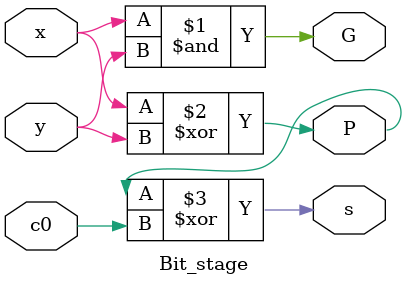
<source format=v>
module Bit_stage (input x, y, c0, output G, P, s);	

	assign G = x & y;
	assign P = x ^ y;
	assign s = P ^ c0;

endmodule

</source>
